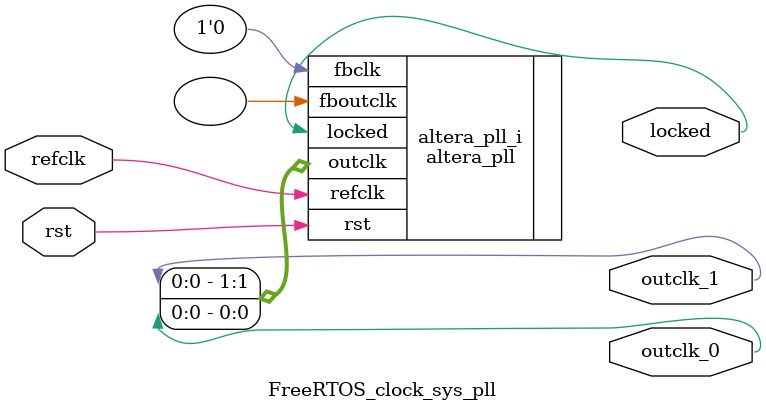
<source format=v>
`timescale 1ns/10ps
module  FreeRTOS_clock_sys_pll(

	// interface 'refclk'
	input wire refclk,

	// interface 'reset'
	input wire rst,

	// interface 'outclk0'
	output wire outclk_0,

	// interface 'outclk1'
	output wire outclk_1,

	// interface 'locked'
	output wire locked
);

	altera_pll #(
		.fractional_vco_multiplier("false"),
		.reference_clock_frequency("50.0 MHz"),
		.operation_mode("direct"),
		.number_of_clocks(2),
		.output_clock_frequency0("50.000000 MHz"),
		.phase_shift0("0 ps"),
		.duty_cycle0(50),
		.output_clock_frequency1("50.000000 MHz"),
		.phase_shift1("-3000 ps"),
		.duty_cycle1(50),
		.output_clock_frequency2("0 MHz"),
		.phase_shift2("0 ps"),
		.duty_cycle2(50),
		.output_clock_frequency3("0 MHz"),
		.phase_shift3("0 ps"),
		.duty_cycle3(50),
		.output_clock_frequency4("0 MHz"),
		.phase_shift4("0 ps"),
		.duty_cycle4(50),
		.output_clock_frequency5("0 MHz"),
		.phase_shift5("0 ps"),
		.duty_cycle5(50),
		.output_clock_frequency6("0 MHz"),
		.phase_shift6("0 ps"),
		.duty_cycle6(50),
		.output_clock_frequency7("0 MHz"),
		.phase_shift7("0 ps"),
		.duty_cycle7(50),
		.output_clock_frequency8("0 MHz"),
		.phase_shift8("0 ps"),
		.duty_cycle8(50),
		.output_clock_frequency9("0 MHz"),
		.phase_shift9("0 ps"),
		.duty_cycle9(50),
		.output_clock_frequency10("0 MHz"),
		.phase_shift10("0 ps"),
		.duty_cycle10(50),
		.output_clock_frequency11("0 MHz"),
		.phase_shift11("0 ps"),
		.duty_cycle11(50),
		.output_clock_frequency12("0 MHz"),
		.phase_shift12("0 ps"),
		.duty_cycle12(50),
		.output_clock_frequency13("0 MHz"),
		.phase_shift13("0 ps"),
		.duty_cycle13(50),
		.output_clock_frequency14("0 MHz"),
		.phase_shift14("0 ps"),
		.duty_cycle14(50),
		.output_clock_frequency15("0 MHz"),
		.phase_shift15("0 ps"),
		.duty_cycle15(50),
		.output_clock_frequency16("0 MHz"),
		.phase_shift16("0 ps"),
		.duty_cycle16(50),
		.output_clock_frequency17("0 MHz"),
		.phase_shift17("0 ps"),
		.duty_cycle17(50),
		.pll_type("General"),
		.pll_subtype("General")
	) altera_pll_i (
		.rst	(rst),
		.outclk	({outclk_1, outclk_0}),
		.locked	(locked),
		.fboutclk	( ),
		.fbclk	(1'b0),
		.refclk	(refclk)
	);
endmodule


</source>
